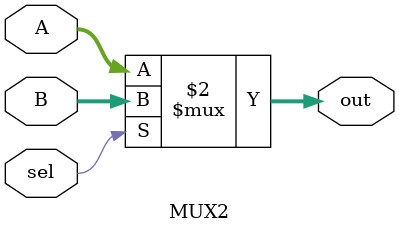
<source format=v>
`timescale 1ns / 1ps


module MUX2(
    input sel,
    input [31:0] A, B,
    output [31:0] out
    );
    
    assign out = (sel == 1'b0)? A:B;
endmodule

</source>
